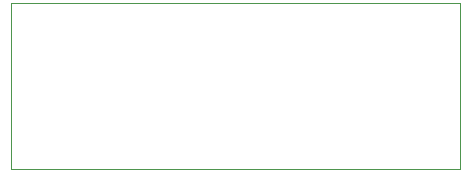
<source format=gbr>
%FSLAX34Y34*%
%MOMM*%
%LNOUTLINE*%
G71*
G01*
%ADD10C,0.002*%
%LPD*%
G54D10*
X-271190Y92720D02*
X108810Y92720D01*
X108810Y-47280D01*
X-271190Y-47280D01*
X-271190Y92720D01*
M02*

</source>
